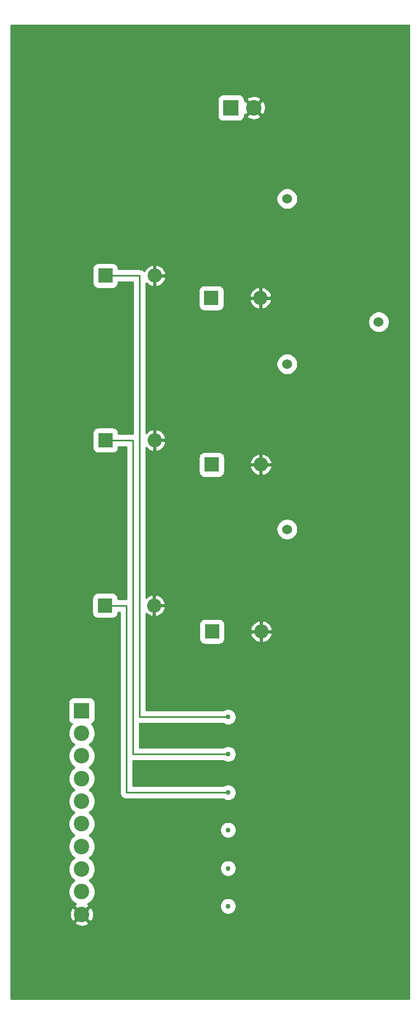
<source format=gbr>
G04 #@! TF.GenerationSoftware,KiCad,Pcbnew,(5.1.4)-1*
G04 #@! TF.CreationDate,2020-06-15T02:55:38-04:00*
G04 #@! TF.ProjectId,eth_sw_matrix_7,6574685f-7377-45f6-9d61-747269785f37,rev?*
G04 #@! TF.SameCoordinates,Original*
G04 #@! TF.FileFunction,Copper,L2,Inr*
G04 #@! TF.FilePolarity,Positive*
%FSLAX46Y46*%
G04 Gerber Fmt 4.6, Leading zero omitted, Abs format (unit mm)*
G04 Created by KiCad (PCBNEW (5.1.4)-1) date 2020-06-15 02:55:38*
%MOMM*%
%LPD*%
G04 APERTURE LIST*
%ADD10O,2.200000X2.200000*%
%ADD11R,2.200000X2.200000*%
%ADD12C,2.400000*%
%ADD13R,2.400000X2.400000*%
%ADD14C,0.762000*%
%ADD15C,5.080000*%
%ADD16C,1.524000*%
%ADD17C,0.254000*%
G04 APERTURE END LIST*
D10*
X143814800Y-108254800D03*
D11*
X136194800Y-108254800D03*
D10*
X143832580Y-133705600D03*
D11*
X136212580Y-133705600D03*
D12*
X159151200Y-82296000D03*
D13*
X155651200Y-82296000D03*
X132537200Y-175514000D03*
D12*
X132537200Y-179014000D03*
X132537200Y-182514000D03*
X132537200Y-186014000D03*
X132537200Y-189514000D03*
X132537200Y-193014000D03*
X132537200Y-196514000D03*
X132537200Y-200014000D03*
X132537200Y-203514000D03*
X132537200Y-207014000D03*
D10*
X143764000Y-159258000D03*
D11*
X136144000Y-159258000D03*
X152603200Y-111709200D03*
D10*
X160223200Y-111709200D03*
D11*
X152654000Y-137464800D03*
D10*
X160274000Y-137464800D03*
X160324800Y-163271200D03*
D11*
X152704800Y-163271200D03*
D14*
X176885600Y-125526800D03*
X176885600Y-129590800D03*
X176885600Y-121462800D03*
X149656800Y-153060400D03*
X146608800Y-149352000D03*
X149656800Y-149352000D03*
X146608800Y-153060400D03*
X146608800Y-123850400D03*
X149656800Y-127558800D03*
X146608800Y-127558800D03*
X149656800Y-123850400D03*
X149656800Y-98399600D03*
X149656800Y-102108000D03*
X146608800Y-102108000D03*
X171805600Y-109321600D03*
X166776400Y-109321600D03*
X171907200Y-121462800D03*
X171907200Y-125526800D03*
X171907200Y-129590800D03*
X166827200Y-138023600D03*
X166827200Y-142087600D03*
X166827200Y-146151600D03*
X166827200Y-150215600D03*
X171856400Y-150215600D03*
X171856400Y-146151600D03*
X171856400Y-142087600D03*
X171856400Y-138277600D03*
X176834800Y-138277600D03*
X166827200Y-121462800D03*
X166827200Y-125526800D03*
X147718780Y-140004800D03*
X131216400Y-149961600D03*
X127050800Y-144983200D03*
X127101600Y-149961600D03*
X131165600Y-144983200D03*
X127609600Y-93929200D03*
X131724400Y-93929200D03*
X131775200Y-98907600D03*
X127660400Y-98907600D03*
X176936400Y-117398800D03*
X176885600Y-133959600D03*
X171907200Y-113385600D03*
X166776400Y-113385600D03*
X176987200Y-113385600D03*
X166827200Y-133959600D03*
X171907200Y-133959600D03*
X166827200Y-117398800D03*
X171907200Y-117398800D03*
X127101600Y-124307600D03*
X131216400Y-124307600D03*
X127050800Y-119329200D03*
X131165600Y-119329200D03*
D15*
X127000000Y-74930000D03*
X177800000Y-214757000D03*
X127000000Y-214757000D03*
D14*
X147820380Y-114452400D03*
X147675600Y-88874600D03*
D15*
X177800000Y-74930000D03*
D14*
X146608800Y-98399600D03*
X155194000Y-176479200D03*
X155194000Y-182219600D03*
X155194000Y-188163200D03*
X155194000Y-193954400D03*
X155194000Y-199898000D03*
X155194000Y-205740000D03*
D16*
X164338000Y-147472400D03*
X164338000Y-121920000D03*
X164338000Y-96367600D03*
X178511200Y-115417600D03*
D17*
X141478000Y-108254800D02*
X136194800Y-108254800D01*
X155194000Y-176479200D02*
X141478000Y-176479200D01*
X141478000Y-176479200D02*
X141478000Y-108254800D01*
X140462000Y-133705600D02*
X136212580Y-133705600D01*
X155194000Y-182219600D02*
X140462000Y-182219600D01*
X140462000Y-182219600D02*
X140462000Y-133705600D01*
X139446000Y-159258000D02*
X136144000Y-159258000D01*
X155194000Y-188163200D02*
X139446000Y-188163200D01*
X139446000Y-188163200D02*
X139446000Y-159258000D01*
G36*
X183236001Y-220066000D02*
G01*
X121564000Y-220066000D01*
X121564000Y-208291980D01*
X131438826Y-208291980D01*
X131558714Y-208576836D01*
X131882410Y-208737699D01*
X132231269Y-208832322D01*
X132591884Y-208857067D01*
X132950398Y-208810985D01*
X133293033Y-208695846D01*
X133515686Y-208576836D01*
X133635574Y-208291980D01*
X132537200Y-207193605D01*
X131438826Y-208291980D01*
X121564000Y-208291980D01*
X121564000Y-207068684D01*
X130694133Y-207068684D01*
X130740215Y-207427198D01*
X130855354Y-207769833D01*
X130974364Y-207992486D01*
X131259220Y-208112374D01*
X132357595Y-207014000D01*
X132716805Y-207014000D01*
X133815180Y-208112374D01*
X134100036Y-207992486D01*
X134260899Y-207668790D01*
X134355522Y-207319931D01*
X134380267Y-206959316D01*
X134334185Y-206600802D01*
X134219046Y-206258167D01*
X134100036Y-206035514D01*
X133815180Y-205915626D01*
X132716805Y-207014000D01*
X132357595Y-207014000D01*
X131259220Y-205915626D01*
X130974364Y-206035514D01*
X130813501Y-206359210D01*
X130718878Y-206708069D01*
X130694133Y-207068684D01*
X121564000Y-207068684D01*
X121564000Y-174314000D01*
X130443899Y-174314000D01*
X130443899Y-176714000D01*
X130461064Y-176888274D01*
X130511897Y-177055851D01*
X130594447Y-177210291D01*
X130705541Y-177345659D01*
X130840909Y-177456753D01*
X130995349Y-177539303D01*
X131043115Y-177553793D01*
X130914568Y-177682340D01*
X130685952Y-178024487D01*
X130528479Y-178404661D01*
X130448200Y-178808251D01*
X130448200Y-179219749D01*
X130528479Y-179623339D01*
X130685952Y-180003513D01*
X130914568Y-180345660D01*
X131205540Y-180636632D01*
X131396159Y-180764000D01*
X131205540Y-180891368D01*
X130914568Y-181182340D01*
X130685952Y-181524487D01*
X130528479Y-181904661D01*
X130448200Y-182308251D01*
X130448200Y-182719749D01*
X130528479Y-183123339D01*
X130685952Y-183503513D01*
X130914568Y-183845660D01*
X131205540Y-184136632D01*
X131396159Y-184264000D01*
X131205540Y-184391368D01*
X130914568Y-184682340D01*
X130685952Y-185024487D01*
X130528479Y-185404661D01*
X130448200Y-185808251D01*
X130448200Y-186219749D01*
X130528479Y-186623339D01*
X130685952Y-187003513D01*
X130914568Y-187345660D01*
X131205540Y-187636632D01*
X131396159Y-187764000D01*
X131205540Y-187891368D01*
X130914568Y-188182340D01*
X130685952Y-188524487D01*
X130528479Y-188904661D01*
X130448200Y-189308251D01*
X130448200Y-189719749D01*
X130528479Y-190123339D01*
X130685952Y-190503513D01*
X130914568Y-190845660D01*
X131205540Y-191136632D01*
X131396159Y-191264000D01*
X131205540Y-191391368D01*
X130914568Y-191682340D01*
X130685952Y-192024487D01*
X130528479Y-192404661D01*
X130448200Y-192808251D01*
X130448200Y-193219749D01*
X130528479Y-193623339D01*
X130685952Y-194003513D01*
X130914568Y-194345660D01*
X131205540Y-194636632D01*
X131396159Y-194764000D01*
X131205540Y-194891368D01*
X130914568Y-195182340D01*
X130685952Y-195524487D01*
X130528479Y-195904661D01*
X130448200Y-196308251D01*
X130448200Y-196719749D01*
X130528479Y-197123339D01*
X130685952Y-197503513D01*
X130914568Y-197845660D01*
X131205540Y-198136632D01*
X131396159Y-198264000D01*
X131205540Y-198391368D01*
X130914568Y-198682340D01*
X130685952Y-199024487D01*
X130528479Y-199404661D01*
X130448200Y-199808251D01*
X130448200Y-200219749D01*
X130528479Y-200623339D01*
X130685952Y-201003513D01*
X130914568Y-201345660D01*
X131205540Y-201636632D01*
X131396159Y-201764000D01*
X131205540Y-201891368D01*
X130914568Y-202182340D01*
X130685952Y-202524487D01*
X130528479Y-202904661D01*
X130448200Y-203308251D01*
X130448200Y-203719749D01*
X130528479Y-204123339D01*
X130685952Y-204503513D01*
X130914568Y-204845660D01*
X131205540Y-205136632D01*
X131547687Y-205365248D01*
X131644459Y-205405332D01*
X131558714Y-205451164D01*
X131438826Y-205736020D01*
X132537200Y-206834395D01*
X133635574Y-205736020D01*
X133584605Y-205614916D01*
X153924000Y-205614916D01*
X153924000Y-205865084D01*
X153972805Y-206110445D01*
X154068541Y-206341571D01*
X154207527Y-206549578D01*
X154384422Y-206726473D01*
X154592429Y-206865459D01*
X154823555Y-206961195D01*
X155068916Y-207010000D01*
X155319084Y-207010000D01*
X155564445Y-206961195D01*
X155795571Y-206865459D01*
X156003578Y-206726473D01*
X156180473Y-206549578D01*
X156319459Y-206341571D01*
X156415195Y-206110445D01*
X156464000Y-205865084D01*
X156464000Y-205614916D01*
X156415195Y-205369555D01*
X156319459Y-205138429D01*
X156180473Y-204930422D01*
X156003578Y-204753527D01*
X155795571Y-204614541D01*
X155564445Y-204518805D01*
X155319084Y-204470000D01*
X155068916Y-204470000D01*
X154823555Y-204518805D01*
X154592429Y-204614541D01*
X154384422Y-204753527D01*
X154207527Y-204930422D01*
X154068541Y-205138429D01*
X153972805Y-205369555D01*
X153924000Y-205614916D01*
X133584605Y-205614916D01*
X133515686Y-205451164D01*
X133426407Y-205406796D01*
X133526713Y-205365248D01*
X133868860Y-205136632D01*
X134159832Y-204845660D01*
X134388448Y-204503513D01*
X134545921Y-204123339D01*
X134626200Y-203719749D01*
X134626200Y-203308251D01*
X134545921Y-202904661D01*
X134388448Y-202524487D01*
X134159832Y-202182340D01*
X133868860Y-201891368D01*
X133678241Y-201764000D01*
X133868860Y-201636632D01*
X134159832Y-201345660D01*
X134388448Y-201003513D01*
X134545921Y-200623339D01*
X134626200Y-200219749D01*
X134626200Y-199808251D01*
X134619172Y-199772916D01*
X153924000Y-199772916D01*
X153924000Y-200023084D01*
X153972805Y-200268445D01*
X154068541Y-200499571D01*
X154207527Y-200707578D01*
X154384422Y-200884473D01*
X154592429Y-201023459D01*
X154823555Y-201119195D01*
X155068916Y-201168000D01*
X155319084Y-201168000D01*
X155564445Y-201119195D01*
X155795571Y-201023459D01*
X156003578Y-200884473D01*
X156180473Y-200707578D01*
X156319459Y-200499571D01*
X156415195Y-200268445D01*
X156464000Y-200023084D01*
X156464000Y-199772916D01*
X156415195Y-199527555D01*
X156319459Y-199296429D01*
X156180473Y-199088422D01*
X156003578Y-198911527D01*
X155795571Y-198772541D01*
X155564445Y-198676805D01*
X155319084Y-198628000D01*
X155068916Y-198628000D01*
X154823555Y-198676805D01*
X154592429Y-198772541D01*
X154384422Y-198911527D01*
X154207527Y-199088422D01*
X154068541Y-199296429D01*
X153972805Y-199527555D01*
X153924000Y-199772916D01*
X134619172Y-199772916D01*
X134545921Y-199404661D01*
X134388448Y-199024487D01*
X134159832Y-198682340D01*
X133868860Y-198391368D01*
X133678241Y-198264000D01*
X133868860Y-198136632D01*
X134159832Y-197845660D01*
X134388448Y-197503513D01*
X134545921Y-197123339D01*
X134626200Y-196719749D01*
X134626200Y-196308251D01*
X134545921Y-195904661D01*
X134388448Y-195524487D01*
X134159832Y-195182340D01*
X133868860Y-194891368D01*
X133678241Y-194764000D01*
X133868860Y-194636632D01*
X134159832Y-194345660D01*
X134388448Y-194003513D01*
X134460602Y-193829316D01*
X153924000Y-193829316D01*
X153924000Y-194079484D01*
X153972805Y-194324845D01*
X154068541Y-194555971D01*
X154207527Y-194763978D01*
X154384422Y-194940873D01*
X154592429Y-195079859D01*
X154823555Y-195175595D01*
X155068916Y-195224400D01*
X155319084Y-195224400D01*
X155564445Y-195175595D01*
X155795571Y-195079859D01*
X156003578Y-194940873D01*
X156180473Y-194763978D01*
X156319459Y-194555971D01*
X156415195Y-194324845D01*
X156464000Y-194079484D01*
X156464000Y-193829316D01*
X156415195Y-193583955D01*
X156319459Y-193352829D01*
X156180473Y-193144822D01*
X156003578Y-192967927D01*
X155795571Y-192828941D01*
X155564445Y-192733205D01*
X155319084Y-192684400D01*
X155068916Y-192684400D01*
X154823555Y-192733205D01*
X154592429Y-192828941D01*
X154384422Y-192967927D01*
X154207527Y-193144822D01*
X154068541Y-193352829D01*
X153972805Y-193583955D01*
X153924000Y-193829316D01*
X134460602Y-193829316D01*
X134545921Y-193623339D01*
X134626200Y-193219749D01*
X134626200Y-192808251D01*
X134545921Y-192404661D01*
X134388448Y-192024487D01*
X134159832Y-191682340D01*
X133868860Y-191391368D01*
X133678241Y-191264000D01*
X133868860Y-191136632D01*
X134159832Y-190845660D01*
X134388448Y-190503513D01*
X134545921Y-190123339D01*
X134626200Y-189719749D01*
X134626200Y-189308251D01*
X134545921Y-188904661D01*
X134388448Y-188524487D01*
X134159832Y-188182340D01*
X133868860Y-187891368D01*
X133678241Y-187764000D01*
X133868860Y-187636632D01*
X134159832Y-187345660D01*
X134388448Y-187003513D01*
X134545921Y-186623339D01*
X134626200Y-186219749D01*
X134626200Y-185808251D01*
X134545921Y-185404661D01*
X134388448Y-185024487D01*
X134159832Y-184682340D01*
X133868860Y-184391368D01*
X133678241Y-184264000D01*
X133868860Y-184136632D01*
X134159832Y-183845660D01*
X134388448Y-183503513D01*
X134545921Y-183123339D01*
X134626200Y-182719749D01*
X134626200Y-182308251D01*
X134545921Y-181904661D01*
X134388448Y-181524487D01*
X134159832Y-181182340D01*
X133868860Y-180891368D01*
X133678241Y-180764000D01*
X133868860Y-180636632D01*
X134159832Y-180345660D01*
X134388448Y-180003513D01*
X134545921Y-179623339D01*
X134626200Y-179219749D01*
X134626200Y-178808251D01*
X134545921Y-178404661D01*
X134388448Y-178024487D01*
X134159832Y-177682340D01*
X134031285Y-177553793D01*
X134079051Y-177539303D01*
X134233491Y-177456753D01*
X134368859Y-177345659D01*
X134479953Y-177210291D01*
X134562503Y-177055851D01*
X134613336Y-176888274D01*
X134630501Y-176714000D01*
X134630501Y-174314000D01*
X134613336Y-174139726D01*
X134562503Y-173972149D01*
X134479953Y-173817709D01*
X134368859Y-173682341D01*
X134233491Y-173571247D01*
X134079051Y-173488697D01*
X133911474Y-173437864D01*
X133737200Y-173420699D01*
X131337200Y-173420699D01*
X131162926Y-173437864D01*
X130995349Y-173488697D01*
X130840909Y-173571247D01*
X130705541Y-173682341D01*
X130594447Y-173817709D01*
X130511897Y-173972149D01*
X130461064Y-174139726D01*
X130443899Y-174314000D01*
X121564000Y-174314000D01*
X121564000Y-158158000D01*
X134150699Y-158158000D01*
X134150699Y-160358000D01*
X134167864Y-160532274D01*
X134218697Y-160699851D01*
X134301247Y-160854291D01*
X134412341Y-160989659D01*
X134547709Y-161100753D01*
X134702149Y-161183303D01*
X134869726Y-161234136D01*
X135044000Y-161251301D01*
X137244000Y-161251301D01*
X137418274Y-161234136D01*
X137585851Y-161183303D01*
X137740291Y-161100753D01*
X137875659Y-160989659D01*
X137986753Y-160854291D01*
X138069303Y-160699851D01*
X138120136Y-160532274D01*
X138137301Y-160358000D01*
X138137301Y-160274000D01*
X138430001Y-160274000D01*
X138430000Y-188113298D01*
X138425085Y-188163200D01*
X138444702Y-188362371D01*
X138502798Y-188553887D01*
X138597140Y-188730390D01*
X138724104Y-188885096D01*
X138878810Y-189012060D01*
X139055313Y-189106402D01*
X139246829Y-189164498D01*
X139446000Y-189184115D01*
X139495902Y-189179200D01*
X154428612Y-189179200D01*
X154592429Y-189288659D01*
X154823555Y-189384395D01*
X155068916Y-189433200D01*
X155319084Y-189433200D01*
X155564445Y-189384395D01*
X155795571Y-189288659D01*
X156003578Y-189149673D01*
X156180473Y-188972778D01*
X156319459Y-188764771D01*
X156415195Y-188533645D01*
X156464000Y-188288284D01*
X156464000Y-188038116D01*
X156415195Y-187792755D01*
X156319459Y-187561629D01*
X156180473Y-187353622D01*
X156003578Y-187176727D01*
X155795571Y-187037741D01*
X155564445Y-186942005D01*
X155319084Y-186893200D01*
X155068916Y-186893200D01*
X154823555Y-186942005D01*
X154592429Y-187037741D01*
X154428612Y-187147200D01*
X140462000Y-187147200D01*
X140462000Y-183240515D01*
X140511902Y-183235600D01*
X154428612Y-183235600D01*
X154592429Y-183345059D01*
X154823555Y-183440795D01*
X155068916Y-183489600D01*
X155319084Y-183489600D01*
X155564445Y-183440795D01*
X155795571Y-183345059D01*
X156003578Y-183206073D01*
X156180473Y-183029178D01*
X156319459Y-182821171D01*
X156415195Y-182590045D01*
X156464000Y-182344684D01*
X156464000Y-182094516D01*
X156415195Y-181849155D01*
X156319459Y-181618029D01*
X156180473Y-181410022D01*
X156003578Y-181233127D01*
X155795571Y-181094141D01*
X155564445Y-180998405D01*
X155319084Y-180949600D01*
X155068916Y-180949600D01*
X154823555Y-180998405D01*
X154592429Y-181094141D01*
X154428612Y-181203600D01*
X141478000Y-181203600D01*
X141478000Y-177500115D01*
X141527902Y-177495200D01*
X154428612Y-177495200D01*
X154592429Y-177604659D01*
X154823555Y-177700395D01*
X155068916Y-177749200D01*
X155319084Y-177749200D01*
X155564445Y-177700395D01*
X155795571Y-177604659D01*
X156003578Y-177465673D01*
X156180473Y-177288778D01*
X156319459Y-177080771D01*
X156415195Y-176849645D01*
X156464000Y-176604284D01*
X156464000Y-176354116D01*
X156415195Y-176108755D01*
X156319459Y-175877629D01*
X156180473Y-175669622D01*
X156003578Y-175492727D01*
X155795571Y-175353741D01*
X155564445Y-175258005D01*
X155319084Y-175209200D01*
X155068916Y-175209200D01*
X154823555Y-175258005D01*
X154592429Y-175353741D01*
X154428612Y-175463200D01*
X142494000Y-175463200D01*
X142494000Y-162171200D01*
X150711499Y-162171200D01*
X150711499Y-164371200D01*
X150728664Y-164545474D01*
X150779497Y-164713051D01*
X150862047Y-164867491D01*
X150973141Y-165002859D01*
X151108509Y-165113953D01*
X151262949Y-165196503D01*
X151430526Y-165247336D01*
X151604800Y-165264501D01*
X153804800Y-165264501D01*
X153979074Y-165247336D01*
X154146651Y-165196503D01*
X154301091Y-165113953D01*
X154436459Y-165002859D01*
X154547553Y-164867491D01*
X154630103Y-164713051D01*
X154680936Y-164545474D01*
X154698101Y-164371200D01*
X154698101Y-163667322D01*
X158635625Y-163667322D01*
X158700225Y-163880294D01*
X158850269Y-164185529D01*
X159056978Y-164455627D01*
X159312409Y-164680208D01*
X159606746Y-164850642D01*
X159928677Y-164960379D01*
X160197800Y-164842800D01*
X160197800Y-163398200D01*
X160451800Y-163398200D01*
X160451800Y-164842800D01*
X160720923Y-164960379D01*
X161042854Y-164850642D01*
X161337191Y-164680208D01*
X161592622Y-164455627D01*
X161799331Y-164185529D01*
X161949375Y-163880294D01*
X162013975Y-163667322D01*
X161895925Y-163398200D01*
X160451800Y-163398200D01*
X160197800Y-163398200D01*
X158753675Y-163398200D01*
X158635625Y-163667322D01*
X154698101Y-163667322D01*
X154698101Y-162875078D01*
X158635625Y-162875078D01*
X158753675Y-163144200D01*
X160197800Y-163144200D01*
X160197800Y-161699600D01*
X160451800Y-161699600D01*
X160451800Y-163144200D01*
X161895925Y-163144200D01*
X162013975Y-162875078D01*
X161949375Y-162662106D01*
X161799331Y-162356871D01*
X161592622Y-162086773D01*
X161337191Y-161862192D01*
X161042854Y-161691758D01*
X160720923Y-161582021D01*
X160451800Y-161699600D01*
X160197800Y-161699600D01*
X159928677Y-161582021D01*
X159606746Y-161691758D01*
X159312409Y-161862192D01*
X159056978Y-162086773D01*
X158850269Y-162356871D01*
X158700225Y-162662106D01*
X158635625Y-162875078D01*
X154698101Y-162875078D01*
X154698101Y-162171200D01*
X154680936Y-161996926D01*
X154630103Y-161829349D01*
X154547553Y-161674909D01*
X154436459Y-161539541D01*
X154301091Y-161428447D01*
X154146651Y-161345897D01*
X153979074Y-161295064D01*
X153804800Y-161277899D01*
X151604800Y-161277899D01*
X151430526Y-161295064D01*
X151262949Y-161345897D01*
X151108509Y-161428447D01*
X150973141Y-161539541D01*
X150862047Y-161674909D01*
X150779497Y-161829349D01*
X150728664Y-161996926D01*
X150711499Y-162171200D01*
X142494000Y-162171200D01*
X142494000Y-160439581D01*
X142496178Y-160442427D01*
X142751609Y-160667008D01*
X143045946Y-160837442D01*
X143367877Y-160947179D01*
X143637000Y-160829600D01*
X143637000Y-159385000D01*
X143891000Y-159385000D01*
X143891000Y-160829600D01*
X144160123Y-160947179D01*
X144482054Y-160837442D01*
X144776391Y-160667008D01*
X145031822Y-160442427D01*
X145238531Y-160172329D01*
X145388575Y-159867094D01*
X145453175Y-159654122D01*
X145335125Y-159385000D01*
X143891000Y-159385000D01*
X143637000Y-159385000D01*
X143617000Y-159385000D01*
X143617000Y-159131000D01*
X143637000Y-159131000D01*
X143637000Y-157686400D01*
X143891000Y-157686400D01*
X143891000Y-159131000D01*
X145335125Y-159131000D01*
X145453175Y-158861878D01*
X145388575Y-158648906D01*
X145238531Y-158343671D01*
X145031822Y-158073573D01*
X144776391Y-157848992D01*
X144482054Y-157678558D01*
X144160123Y-157568821D01*
X143891000Y-157686400D01*
X143637000Y-157686400D01*
X143367877Y-157568821D01*
X143045946Y-157678558D01*
X142751609Y-157848992D01*
X142496178Y-158073573D01*
X142494000Y-158076419D01*
X142494000Y-147309791D01*
X162687000Y-147309791D01*
X162687000Y-147635009D01*
X162750447Y-147953979D01*
X162874903Y-148254442D01*
X163055585Y-148524851D01*
X163285549Y-148754815D01*
X163555958Y-148935497D01*
X163856421Y-149059953D01*
X164175391Y-149123400D01*
X164500609Y-149123400D01*
X164819579Y-149059953D01*
X165120042Y-148935497D01*
X165390451Y-148754815D01*
X165620415Y-148524851D01*
X165801097Y-148254442D01*
X165925553Y-147953979D01*
X165989000Y-147635009D01*
X165989000Y-147309791D01*
X165925553Y-146990821D01*
X165801097Y-146690358D01*
X165620415Y-146419949D01*
X165390451Y-146189985D01*
X165120042Y-146009303D01*
X164819579Y-145884847D01*
X164500609Y-145821400D01*
X164175391Y-145821400D01*
X163856421Y-145884847D01*
X163555958Y-146009303D01*
X163285549Y-146189985D01*
X163055585Y-146419949D01*
X162874903Y-146690358D01*
X162750447Y-146990821D01*
X162687000Y-147309791D01*
X142494000Y-147309791D01*
X142494000Y-136364800D01*
X150660699Y-136364800D01*
X150660699Y-138564800D01*
X150677864Y-138739074D01*
X150728697Y-138906651D01*
X150811247Y-139061091D01*
X150922341Y-139196459D01*
X151057709Y-139307553D01*
X151212149Y-139390103D01*
X151379726Y-139440936D01*
X151554000Y-139458101D01*
X153754000Y-139458101D01*
X153928274Y-139440936D01*
X154095851Y-139390103D01*
X154250291Y-139307553D01*
X154385659Y-139196459D01*
X154496753Y-139061091D01*
X154579303Y-138906651D01*
X154630136Y-138739074D01*
X154647301Y-138564800D01*
X154647301Y-137860922D01*
X158584825Y-137860922D01*
X158649425Y-138073894D01*
X158799469Y-138379129D01*
X159006178Y-138649227D01*
X159261609Y-138873808D01*
X159555946Y-139044242D01*
X159877877Y-139153979D01*
X160147000Y-139036400D01*
X160147000Y-137591800D01*
X160401000Y-137591800D01*
X160401000Y-139036400D01*
X160670123Y-139153979D01*
X160992054Y-139044242D01*
X161286391Y-138873808D01*
X161541822Y-138649227D01*
X161748531Y-138379129D01*
X161898575Y-138073894D01*
X161963175Y-137860922D01*
X161845125Y-137591800D01*
X160401000Y-137591800D01*
X160147000Y-137591800D01*
X158702875Y-137591800D01*
X158584825Y-137860922D01*
X154647301Y-137860922D01*
X154647301Y-137068678D01*
X158584825Y-137068678D01*
X158702875Y-137337800D01*
X160147000Y-137337800D01*
X160147000Y-135893200D01*
X160401000Y-135893200D01*
X160401000Y-137337800D01*
X161845125Y-137337800D01*
X161963175Y-137068678D01*
X161898575Y-136855706D01*
X161748531Y-136550471D01*
X161541822Y-136280373D01*
X161286391Y-136055792D01*
X160992054Y-135885358D01*
X160670123Y-135775621D01*
X160401000Y-135893200D01*
X160147000Y-135893200D01*
X159877877Y-135775621D01*
X159555946Y-135885358D01*
X159261609Y-136055792D01*
X159006178Y-136280373D01*
X158799469Y-136550471D01*
X158649425Y-136855706D01*
X158584825Y-137068678D01*
X154647301Y-137068678D01*
X154647301Y-136364800D01*
X154630136Y-136190526D01*
X154579303Y-136022949D01*
X154496753Y-135868509D01*
X154385659Y-135733141D01*
X154250291Y-135622047D01*
X154095851Y-135539497D01*
X153928274Y-135488664D01*
X153754000Y-135471499D01*
X151554000Y-135471499D01*
X151379726Y-135488664D01*
X151212149Y-135539497D01*
X151057709Y-135622047D01*
X150922341Y-135733141D01*
X150811247Y-135868509D01*
X150728697Y-136022949D01*
X150677864Y-136190526D01*
X150660699Y-136364800D01*
X142494000Y-136364800D01*
X142494000Y-134797570D01*
X142564758Y-134890027D01*
X142820189Y-135114608D01*
X143114526Y-135285042D01*
X143436457Y-135394779D01*
X143705580Y-135277200D01*
X143705580Y-133832600D01*
X143959580Y-133832600D01*
X143959580Y-135277200D01*
X144228703Y-135394779D01*
X144550634Y-135285042D01*
X144844971Y-135114608D01*
X145100402Y-134890027D01*
X145307111Y-134619929D01*
X145457155Y-134314694D01*
X145521755Y-134101722D01*
X145403705Y-133832600D01*
X143959580Y-133832600D01*
X143705580Y-133832600D01*
X143685580Y-133832600D01*
X143685580Y-133578600D01*
X143705580Y-133578600D01*
X143705580Y-132134000D01*
X143959580Y-132134000D01*
X143959580Y-133578600D01*
X145403705Y-133578600D01*
X145521755Y-133309478D01*
X145457155Y-133096506D01*
X145307111Y-132791271D01*
X145100402Y-132521173D01*
X144844971Y-132296592D01*
X144550634Y-132126158D01*
X144228703Y-132016421D01*
X143959580Y-132134000D01*
X143705580Y-132134000D01*
X143436457Y-132016421D01*
X143114526Y-132126158D01*
X142820189Y-132296592D01*
X142564758Y-132521173D01*
X142494000Y-132613630D01*
X142494000Y-121757391D01*
X162687000Y-121757391D01*
X162687000Y-122082609D01*
X162750447Y-122401579D01*
X162874903Y-122702042D01*
X163055585Y-122972451D01*
X163285549Y-123202415D01*
X163555958Y-123383097D01*
X163856421Y-123507553D01*
X164175391Y-123571000D01*
X164500609Y-123571000D01*
X164819579Y-123507553D01*
X165120042Y-123383097D01*
X165390451Y-123202415D01*
X165620415Y-122972451D01*
X165801097Y-122702042D01*
X165925553Y-122401579D01*
X165989000Y-122082609D01*
X165989000Y-121757391D01*
X165925553Y-121438421D01*
X165801097Y-121137958D01*
X165620415Y-120867549D01*
X165390451Y-120637585D01*
X165120042Y-120456903D01*
X164819579Y-120332447D01*
X164500609Y-120269000D01*
X164175391Y-120269000D01*
X163856421Y-120332447D01*
X163555958Y-120456903D01*
X163285549Y-120637585D01*
X163055585Y-120867549D01*
X162874903Y-121137958D01*
X162750447Y-121438421D01*
X162687000Y-121757391D01*
X142494000Y-121757391D01*
X142494000Y-115254991D01*
X176860200Y-115254991D01*
X176860200Y-115580209D01*
X176923647Y-115899179D01*
X177048103Y-116199642D01*
X177228785Y-116470051D01*
X177458749Y-116700015D01*
X177729158Y-116880697D01*
X178029621Y-117005153D01*
X178348591Y-117068600D01*
X178673809Y-117068600D01*
X178992779Y-117005153D01*
X179293242Y-116880697D01*
X179563651Y-116700015D01*
X179793615Y-116470051D01*
X179974297Y-116199642D01*
X180098753Y-115899179D01*
X180162200Y-115580209D01*
X180162200Y-115254991D01*
X180098753Y-114936021D01*
X179974297Y-114635558D01*
X179793615Y-114365149D01*
X179563651Y-114135185D01*
X179293242Y-113954503D01*
X178992779Y-113830047D01*
X178673809Y-113766600D01*
X178348591Y-113766600D01*
X178029621Y-113830047D01*
X177729158Y-113954503D01*
X177458749Y-114135185D01*
X177228785Y-114365149D01*
X177048103Y-114635558D01*
X176923647Y-114936021D01*
X176860200Y-115254991D01*
X142494000Y-115254991D01*
X142494000Y-110609200D01*
X150609899Y-110609200D01*
X150609899Y-112809200D01*
X150627064Y-112983474D01*
X150677897Y-113151051D01*
X150760447Y-113305491D01*
X150871541Y-113440859D01*
X151006909Y-113551953D01*
X151161349Y-113634503D01*
X151328926Y-113685336D01*
X151503200Y-113702501D01*
X153703200Y-113702501D01*
X153877474Y-113685336D01*
X154045051Y-113634503D01*
X154199491Y-113551953D01*
X154334859Y-113440859D01*
X154445953Y-113305491D01*
X154528503Y-113151051D01*
X154579336Y-112983474D01*
X154596501Y-112809200D01*
X154596501Y-112105322D01*
X158534025Y-112105322D01*
X158598625Y-112318294D01*
X158748669Y-112623529D01*
X158955378Y-112893627D01*
X159210809Y-113118208D01*
X159505146Y-113288642D01*
X159827077Y-113398379D01*
X160096200Y-113280800D01*
X160096200Y-111836200D01*
X160350200Y-111836200D01*
X160350200Y-113280800D01*
X160619323Y-113398379D01*
X160941254Y-113288642D01*
X161235591Y-113118208D01*
X161491022Y-112893627D01*
X161697731Y-112623529D01*
X161847775Y-112318294D01*
X161912375Y-112105322D01*
X161794325Y-111836200D01*
X160350200Y-111836200D01*
X160096200Y-111836200D01*
X158652075Y-111836200D01*
X158534025Y-112105322D01*
X154596501Y-112105322D01*
X154596501Y-111313078D01*
X158534025Y-111313078D01*
X158652075Y-111582200D01*
X160096200Y-111582200D01*
X160096200Y-110137600D01*
X160350200Y-110137600D01*
X160350200Y-111582200D01*
X161794325Y-111582200D01*
X161912375Y-111313078D01*
X161847775Y-111100106D01*
X161697731Y-110794871D01*
X161491022Y-110524773D01*
X161235591Y-110300192D01*
X160941254Y-110129758D01*
X160619323Y-110020021D01*
X160350200Y-110137600D01*
X160096200Y-110137600D01*
X159827077Y-110020021D01*
X159505146Y-110129758D01*
X159210809Y-110300192D01*
X158955378Y-110524773D01*
X158748669Y-110794871D01*
X158598625Y-111100106D01*
X158534025Y-111313078D01*
X154596501Y-111313078D01*
X154596501Y-110609200D01*
X154579336Y-110434926D01*
X154528503Y-110267349D01*
X154445953Y-110112909D01*
X154334859Y-109977541D01*
X154199491Y-109866447D01*
X154045051Y-109783897D01*
X153877474Y-109733064D01*
X153703200Y-109715899D01*
X151503200Y-109715899D01*
X151328926Y-109733064D01*
X151161349Y-109783897D01*
X151006909Y-109866447D01*
X150871541Y-109977541D01*
X150760447Y-110112909D01*
X150677897Y-110267349D01*
X150627064Y-110434926D01*
X150609899Y-110609200D01*
X142494000Y-110609200D01*
X142494000Y-109370003D01*
X142546978Y-109439227D01*
X142802409Y-109663808D01*
X143096746Y-109834242D01*
X143418677Y-109943979D01*
X143687800Y-109826400D01*
X143687800Y-108381800D01*
X143941800Y-108381800D01*
X143941800Y-109826400D01*
X144210923Y-109943979D01*
X144532854Y-109834242D01*
X144827191Y-109663808D01*
X145082622Y-109439227D01*
X145289331Y-109169129D01*
X145439375Y-108863894D01*
X145503975Y-108650922D01*
X145385925Y-108381800D01*
X143941800Y-108381800D01*
X143687800Y-108381800D01*
X143667800Y-108381800D01*
X143667800Y-108127800D01*
X143687800Y-108127800D01*
X143687800Y-106683200D01*
X143941800Y-106683200D01*
X143941800Y-108127800D01*
X145385925Y-108127800D01*
X145503975Y-107858678D01*
X145439375Y-107645706D01*
X145289331Y-107340471D01*
X145082622Y-107070373D01*
X144827191Y-106845792D01*
X144532854Y-106675358D01*
X144210923Y-106565621D01*
X143941800Y-106683200D01*
X143687800Y-106683200D01*
X143418677Y-106565621D01*
X143096746Y-106675358D01*
X142802409Y-106845792D01*
X142546978Y-107070373D01*
X142340269Y-107340471D01*
X142228526Y-107567790D01*
X142199896Y-107532904D01*
X142045190Y-107405940D01*
X141868687Y-107311598D01*
X141677171Y-107253502D01*
X141527902Y-107238800D01*
X141478000Y-107233885D01*
X141428098Y-107238800D01*
X138188101Y-107238800D01*
X138188101Y-107154800D01*
X138170936Y-106980526D01*
X138120103Y-106812949D01*
X138037553Y-106658509D01*
X137926459Y-106523141D01*
X137791091Y-106412047D01*
X137636651Y-106329497D01*
X137469074Y-106278664D01*
X137294800Y-106261499D01*
X135094800Y-106261499D01*
X134920526Y-106278664D01*
X134752949Y-106329497D01*
X134598509Y-106412047D01*
X134463141Y-106523141D01*
X134352047Y-106658509D01*
X134269497Y-106812949D01*
X134218664Y-106980526D01*
X134201499Y-107154800D01*
X134201499Y-109354800D01*
X134218664Y-109529074D01*
X134269497Y-109696651D01*
X134352047Y-109851091D01*
X134463141Y-109986459D01*
X134598509Y-110097553D01*
X134752949Y-110180103D01*
X134920526Y-110230936D01*
X135094800Y-110248101D01*
X137294800Y-110248101D01*
X137469074Y-110230936D01*
X137636651Y-110180103D01*
X137791091Y-110097553D01*
X137926459Y-109986459D01*
X138037553Y-109851091D01*
X138120103Y-109696651D01*
X138170936Y-109529074D01*
X138188101Y-109354800D01*
X138188101Y-109270800D01*
X140462001Y-109270800D01*
X140462001Y-132684685D01*
X140462000Y-132684685D01*
X140412098Y-132689600D01*
X138205881Y-132689600D01*
X138205881Y-132605600D01*
X138188716Y-132431326D01*
X138137883Y-132263749D01*
X138055333Y-132109309D01*
X137944239Y-131973941D01*
X137808871Y-131862847D01*
X137654431Y-131780297D01*
X137486854Y-131729464D01*
X137312580Y-131712299D01*
X135112580Y-131712299D01*
X134938306Y-131729464D01*
X134770729Y-131780297D01*
X134616289Y-131862847D01*
X134480921Y-131973941D01*
X134369827Y-132109309D01*
X134287277Y-132263749D01*
X134236444Y-132431326D01*
X134219279Y-132605600D01*
X134219279Y-134805600D01*
X134236444Y-134979874D01*
X134287277Y-135147451D01*
X134369827Y-135301891D01*
X134480921Y-135437259D01*
X134616289Y-135548353D01*
X134770729Y-135630903D01*
X134938306Y-135681736D01*
X135112580Y-135698901D01*
X137312580Y-135698901D01*
X137486854Y-135681736D01*
X137654431Y-135630903D01*
X137808871Y-135548353D01*
X137944239Y-135437259D01*
X138055333Y-135301891D01*
X138137883Y-135147451D01*
X138188716Y-134979874D01*
X138205881Y-134805600D01*
X138205881Y-134721600D01*
X139446001Y-134721600D01*
X139446000Y-158237085D01*
X139396098Y-158242000D01*
X138137301Y-158242000D01*
X138137301Y-158158000D01*
X138120136Y-157983726D01*
X138069303Y-157816149D01*
X137986753Y-157661709D01*
X137875659Y-157526341D01*
X137740291Y-157415247D01*
X137585851Y-157332697D01*
X137418274Y-157281864D01*
X137244000Y-157264699D01*
X135044000Y-157264699D01*
X134869726Y-157281864D01*
X134702149Y-157332697D01*
X134547709Y-157415247D01*
X134412341Y-157526341D01*
X134301247Y-157661709D01*
X134218697Y-157816149D01*
X134167864Y-157983726D01*
X134150699Y-158158000D01*
X121564000Y-158158000D01*
X121564000Y-96204991D01*
X162687000Y-96204991D01*
X162687000Y-96530209D01*
X162750447Y-96849179D01*
X162874903Y-97149642D01*
X163055585Y-97420051D01*
X163285549Y-97650015D01*
X163555958Y-97830697D01*
X163856421Y-97955153D01*
X164175391Y-98018600D01*
X164500609Y-98018600D01*
X164819579Y-97955153D01*
X165120042Y-97830697D01*
X165390451Y-97650015D01*
X165620415Y-97420051D01*
X165801097Y-97149642D01*
X165925553Y-96849179D01*
X165989000Y-96530209D01*
X165989000Y-96204991D01*
X165925553Y-95886021D01*
X165801097Y-95585558D01*
X165620415Y-95315149D01*
X165390451Y-95085185D01*
X165120042Y-94904503D01*
X164819579Y-94780047D01*
X164500609Y-94716600D01*
X164175391Y-94716600D01*
X163856421Y-94780047D01*
X163555958Y-94904503D01*
X163285549Y-95085185D01*
X163055585Y-95315149D01*
X162874903Y-95585558D01*
X162750447Y-95886021D01*
X162687000Y-96204991D01*
X121564000Y-96204991D01*
X121564000Y-81096000D01*
X153557899Y-81096000D01*
X153557899Y-83496000D01*
X153575064Y-83670274D01*
X153625897Y-83837851D01*
X153708447Y-83992291D01*
X153819541Y-84127659D01*
X153954909Y-84238753D01*
X154109349Y-84321303D01*
X154276926Y-84372136D01*
X154451200Y-84389301D01*
X156851200Y-84389301D01*
X157025474Y-84372136D01*
X157193051Y-84321303D01*
X157347491Y-84238753D01*
X157482859Y-84127659D01*
X157593953Y-83992291D01*
X157676503Y-83837851D01*
X157727336Y-83670274D01*
X157736820Y-83573980D01*
X158052826Y-83573980D01*
X158172714Y-83858836D01*
X158496410Y-84019699D01*
X158845269Y-84114322D01*
X159205884Y-84139067D01*
X159564398Y-84092985D01*
X159907033Y-83977846D01*
X160129686Y-83858836D01*
X160249574Y-83573980D01*
X159151200Y-82475605D01*
X158052826Y-83573980D01*
X157736820Y-83573980D01*
X157744501Y-83496000D01*
X157744501Y-83340200D01*
X157873220Y-83394374D01*
X158971595Y-82296000D01*
X159330805Y-82296000D01*
X160429180Y-83394374D01*
X160714036Y-83274486D01*
X160874899Y-82950790D01*
X160969522Y-82601931D01*
X160994267Y-82241316D01*
X160948185Y-81882802D01*
X160833046Y-81540167D01*
X160714036Y-81317514D01*
X160429180Y-81197626D01*
X159330805Y-82296000D01*
X158971595Y-82296000D01*
X157873220Y-81197626D01*
X157744501Y-81251800D01*
X157744501Y-81096000D01*
X157736821Y-81018020D01*
X158052826Y-81018020D01*
X159151200Y-82116395D01*
X160249574Y-81018020D01*
X160129686Y-80733164D01*
X159805990Y-80572301D01*
X159457131Y-80477678D01*
X159096516Y-80452933D01*
X158738002Y-80499015D01*
X158395367Y-80614154D01*
X158172714Y-80733164D01*
X158052826Y-81018020D01*
X157736821Y-81018020D01*
X157727336Y-80921726D01*
X157676503Y-80754149D01*
X157593953Y-80599709D01*
X157482859Y-80464341D01*
X157347491Y-80353247D01*
X157193051Y-80270697D01*
X157025474Y-80219864D01*
X156851200Y-80202699D01*
X154451200Y-80202699D01*
X154276926Y-80219864D01*
X154109349Y-80270697D01*
X153954909Y-80353247D01*
X153819541Y-80464341D01*
X153708447Y-80599709D01*
X153625897Y-80754149D01*
X153575064Y-80921726D01*
X153557899Y-81096000D01*
X121564000Y-81096000D01*
X121564000Y-69494000D01*
X183236000Y-69494000D01*
X183236001Y-220066000D01*
X183236001Y-220066000D01*
G37*
X183236001Y-220066000D02*
X121564000Y-220066000D01*
X121564000Y-208291980D01*
X131438826Y-208291980D01*
X131558714Y-208576836D01*
X131882410Y-208737699D01*
X132231269Y-208832322D01*
X132591884Y-208857067D01*
X132950398Y-208810985D01*
X133293033Y-208695846D01*
X133515686Y-208576836D01*
X133635574Y-208291980D01*
X132537200Y-207193605D01*
X131438826Y-208291980D01*
X121564000Y-208291980D01*
X121564000Y-207068684D01*
X130694133Y-207068684D01*
X130740215Y-207427198D01*
X130855354Y-207769833D01*
X130974364Y-207992486D01*
X131259220Y-208112374D01*
X132357595Y-207014000D01*
X132716805Y-207014000D01*
X133815180Y-208112374D01*
X134100036Y-207992486D01*
X134260899Y-207668790D01*
X134355522Y-207319931D01*
X134380267Y-206959316D01*
X134334185Y-206600802D01*
X134219046Y-206258167D01*
X134100036Y-206035514D01*
X133815180Y-205915626D01*
X132716805Y-207014000D01*
X132357595Y-207014000D01*
X131259220Y-205915626D01*
X130974364Y-206035514D01*
X130813501Y-206359210D01*
X130718878Y-206708069D01*
X130694133Y-207068684D01*
X121564000Y-207068684D01*
X121564000Y-174314000D01*
X130443899Y-174314000D01*
X130443899Y-176714000D01*
X130461064Y-176888274D01*
X130511897Y-177055851D01*
X130594447Y-177210291D01*
X130705541Y-177345659D01*
X130840909Y-177456753D01*
X130995349Y-177539303D01*
X131043115Y-177553793D01*
X130914568Y-177682340D01*
X130685952Y-178024487D01*
X130528479Y-178404661D01*
X130448200Y-178808251D01*
X130448200Y-179219749D01*
X130528479Y-179623339D01*
X130685952Y-180003513D01*
X130914568Y-180345660D01*
X131205540Y-180636632D01*
X131396159Y-180764000D01*
X131205540Y-180891368D01*
X130914568Y-181182340D01*
X130685952Y-181524487D01*
X130528479Y-181904661D01*
X130448200Y-182308251D01*
X130448200Y-182719749D01*
X130528479Y-183123339D01*
X130685952Y-183503513D01*
X130914568Y-183845660D01*
X131205540Y-184136632D01*
X131396159Y-184264000D01*
X131205540Y-184391368D01*
X130914568Y-184682340D01*
X130685952Y-185024487D01*
X130528479Y-185404661D01*
X130448200Y-185808251D01*
X130448200Y-186219749D01*
X130528479Y-186623339D01*
X130685952Y-187003513D01*
X130914568Y-187345660D01*
X131205540Y-187636632D01*
X131396159Y-187764000D01*
X131205540Y-187891368D01*
X130914568Y-188182340D01*
X130685952Y-188524487D01*
X130528479Y-188904661D01*
X130448200Y-189308251D01*
X130448200Y-189719749D01*
X130528479Y-190123339D01*
X130685952Y-190503513D01*
X130914568Y-190845660D01*
X131205540Y-191136632D01*
X131396159Y-191264000D01*
X131205540Y-191391368D01*
X130914568Y-191682340D01*
X130685952Y-192024487D01*
X130528479Y-192404661D01*
X130448200Y-192808251D01*
X130448200Y-193219749D01*
X130528479Y-193623339D01*
X130685952Y-194003513D01*
X130914568Y-194345660D01*
X131205540Y-194636632D01*
X131396159Y-194764000D01*
X131205540Y-194891368D01*
X130914568Y-195182340D01*
X130685952Y-195524487D01*
X130528479Y-195904661D01*
X130448200Y-196308251D01*
X130448200Y-196719749D01*
X130528479Y-197123339D01*
X130685952Y-197503513D01*
X130914568Y-197845660D01*
X131205540Y-198136632D01*
X131396159Y-198264000D01*
X131205540Y-198391368D01*
X130914568Y-198682340D01*
X130685952Y-199024487D01*
X130528479Y-199404661D01*
X130448200Y-199808251D01*
X130448200Y-200219749D01*
X130528479Y-200623339D01*
X130685952Y-201003513D01*
X130914568Y-201345660D01*
X131205540Y-201636632D01*
X131396159Y-201764000D01*
X131205540Y-201891368D01*
X130914568Y-202182340D01*
X130685952Y-202524487D01*
X130528479Y-202904661D01*
X130448200Y-203308251D01*
X130448200Y-203719749D01*
X130528479Y-204123339D01*
X130685952Y-204503513D01*
X130914568Y-204845660D01*
X131205540Y-205136632D01*
X131547687Y-205365248D01*
X131644459Y-205405332D01*
X131558714Y-205451164D01*
X131438826Y-205736020D01*
X132537200Y-206834395D01*
X133635574Y-205736020D01*
X133584605Y-205614916D01*
X153924000Y-205614916D01*
X153924000Y-205865084D01*
X153972805Y-206110445D01*
X154068541Y-206341571D01*
X154207527Y-206549578D01*
X154384422Y-206726473D01*
X154592429Y-206865459D01*
X154823555Y-206961195D01*
X155068916Y-207010000D01*
X155319084Y-207010000D01*
X155564445Y-206961195D01*
X155795571Y-206865459D01*
X156003578Y-206726473D01*
X156180473Y-206549578D01*
X156319459Y-206341571D01*
X156415195Y-206110445D01*
X156464000Y-205865084D01*
X156464000Y-205614916D01*
X156415195Y-205369555D01*
X156319459Y-205138429D01*
X156180473Y-204930422D01*
X156003578Y-204753527D01*
X155795571Y-204614541D01*
X155564445Y-204518805D01*
X155319084Y-204470000D01*
X155068916Y-204470000D01*
X154823555Y-204518805D01*
X154592429Y-204614541D01*
X154384422Y-204753527D01*
X154207527Y-204930422D01*
X154068541Y-205138429D01*
X153972805Y-205369555D01*
X153924000Y-205614916D01*
X133584605Y-205614916D01*
X133515686Y-205451164D01*
X133426407Y-205406796D01*
X133526713Y-205365248D01*
X133868860Y-205136632D01*
X134159832Y-204845660D01*
X134388448Y-204503513D01*
X134545921Y-204123339D01*
X134626200Y-203719749D01*
X134626200Y-203308251D01*
X134545921Y-202904661D01*
X134388448Y-202524487D01*
X134159832Y-202182340D01*
X133868860Y-201891368D01*
X133678241Y-201764000D01*
X133868860Y-201636632D01*
X134159832Y-201345660D01*
X134388448Y-201003513D01*
X134545921Y-200623339D01*
X134626200Y-200219749D01*
X134626200Y-199808251D01*
X134619172Y-199772916D01*
X153924000Y-199772916D01*
X153924000Y-200023084D01*
X153972805Y-200268445D01*
X154068541Y-200499571D01*
X154207527Y-200707578D01*
X154384422Y-200884473D01*
X154592429Y-201023459D01*
X154823555Y-201119195D01*
X155068916Y-201168000D01*
X155319084Y-201168000D01*
X155564445Y-201119195D01*
X155795571Y-201023459D01*
X156003578Y-200884473D01*
X156180473Y-200707578D01*
X156319459Y-200499571D01*
X156415195Y-200268445D01*
X156464000Y-200023084D01*
X156464000Y-199772916D01*
X156415195Y-199527555D01*
X156319459Y-199296429D01*
X156180473Y-199088422D01*
X156003578Y-198911527D01*
X155795571Y-198772541D01*
X155564445Y-198676805D01*
X155319084Y-198628000D01*
X155068916Y-198628000D01*
X154823555Y-198676805D01*
X154592429Y-198772541D01*
X154384422Y-198911527D01*
X154207527Y-199088422D01*
X154068541Y-199296429D01*
X153972805Y-199527555D01*
X153924000Y-199772916D01*
X134619172Y-199772916D01*
X134545921Y-199404661D01*
X134388448Y-199024487D01*
X134159832Y-198682340D01*
X133868860Y-198391368D01*
X133678241Y-198264000D01*
X133868860Y-198136632D01*
X134159832Y-197845660D01*
X134388448Y-197503513D01*
X134545921Y-197123339D01*
X134626200Y-196719749D01*
X134626200Y-196308251D01*
X134545921Y-195904661D01*
X134388448Y-195524487D01*
X134159832Y-195182340D01*
X133868860Y-194891368D01*
X133678241Y-194764000D01*
X133868860Y-194636632D01*
X134159832Y-194345660D01*
X134388448Y-194003513D01*
X134460602Y-193829316D01*
X153924000Y-193829316D01*
X153924000Y-194079484D01*
X153972805Y-194324845D01*
X154068541Y-194555971D01*
X154207527Y-194763978D01*
X154384422Y-194940873D01*
X154592429Y-195079859D01*
X154823555Y-195175595D01*
X155068916Y-195224400D01*
X155319084Y-195224400D01*
X155564445Y-195175595D01*
X155795571Y-195079859D01*
X156003578Y-194940873D01*
X156180473Y-194763978D01*
X156319459Y-194555971D01*
X156415195Y-194324845D01*
X156464000Y-194079484D01*
X156464000Y-193829316D01*
X156415195Y-193583955D01*
X156319459Y-193352829D01*
X156180473Y-193144822D01*
X156003578Y-192967927D01*
X155795571Y-192828941D01*
X155564445Y-192733205D01*
X155319084Y-192684400D01*
X155068916Y-192684400D01*
X154823555Y-192733205D01*
X154592429Y-192828941D01*
X154384422Y-192967927D01*
X154207527Y-193144822D01*
X154068541Y-193352829D01*
X153972805Y-193583955D01*
X153924000Y-193829316D01*
X134460602Y-193829316D01*
X134545921Y-193623339D01*
X134626200Y-193219749D01*
X134626200Y-192808251D01*
X134545921Y-192404661D01*
X134388448Y-192024487D01*
X134159832Y-191682340D01*
X133868860Y-191391368D01*
X133678241Y-191264000D01*
X133868860Y-191136632D01*
X134159832Y-190845660D01*
X134388448Y-190503513D01*
X134545921Y-190123339D01*
X134626200Y-189719749D01*
X134626200Y-189308251D01*
X134545921Y-188904661D01*
X134388448Y-188524487D01*
X134159832Y-188182340D01*
X133868860Y-187891368D01*
X133678241Y-187764000D01*
X133868860Y-187636632D01*
X134159832Y-187345660D01*
X134388448Y-187003513D01*
X134545921Y-186623339D01*
X134626200Y-186219749D01*
X134626200Y-185808251D01*
X134545921Y-185404661D01*
X134388448Y-185024487D01*
X134159832Y-184682340D01*
X133868860Y-184391368D01*
X133678241Y-184264000D01*
X133868860Y-184136632D01*
X134159832Y-183845660D01*
X134388448Y-183503513D01*
X134545921Y-183123339D01*
X134626200Y-182719749D01*
X134626200Y-182308251D01*
X134545921Y-181904661D01*
X134388448Y-181524487D01*
X134159832Y-181182340D01*
X133868860Y-180891368D01*
X133678241Y-180764000D01*
X133868860Y-180636632D01*
X134159832Y-180345660D01*
X134388448Y-180003513D01*
X134545921Y-179623339D01*
X134626200Y-179219749D01*
X134626200Y-178808251D01*
X134545921Y-178404661D01*
X134388448Y-178024487D01*
X134159832Y-177682340D01*
X134031285Y-177553793D01*
X134079051Y-177539303D01*
X134233491Y-177456753D01*
X134368859Y-177345659D01*
X134479953Y-177210291D01*
X134562503Y-177055851D01*
X134613336Y-176888274D01*
X134630501Y-176714000D01*
X134630501Y-174314000D01*
X134613336Y-174139726D01*
X134562503Y-173972149D01*
X134479953Y-173817709D01*
X134368859Y-173682341D01*
X134233491Y-173571247D01*
X134079051Y-173488697D01*
X133911474Y-173437864D01*
X133737200Y-173420699D01*
X131337200Y-173420699D01*
X131162926Y-173437864D01*
X130995349Y-173488697D01*
X130840909Y-173571247D01*
X130705541Y-173682341D01*
X130594447Y-173817709D01*
X130511897Y-173972149D01*
X130461064Y-174139726D01*
X130443899Y-174314000D01*
X121564000Y-174314000D01*
X121564000Y-158158000D01*
X134150699Y-158158000D01*
X134150699Y-160358000D01*
X134167864Y-160532274D01*
X134218697Y-160699851D01*
X134301247Y-160854291D01*
X134412341Y-160989659D01*
X134547709Y-161100753D01*
X134702149Y-161183303D01*
X134869726Y-161234136D01*
X135044000Y-161251301D01*
X137244000Y-161251301D01*
X137418274Y-161234136D01*
X137585851Y-161183303D01*
X137740291Y-161100753D01*
X137875659Y-160989659D01*
X137986753Y-160854291D01*
X138069303Y-160699851D01*
X138120136Y-160532274D01*
X138137301Y-160358000D01*
X138137301Y-160274000D01*
X138430001Y-160274000D01*
X138430000Y-188113298D01*
X138425085Y-188163200D01*
X138444702Y-188362371D01*
X138502798Y-188553887D01*
X138597140Y-188730390D01*
X138724104Y-188885096D01*
X138878810Y-189012060D01*
X139055313Y-189106402D01*
X139246829Y-189164498D01*
X139446000Y-189184115D01*
X139495902Y-189179200D01*
X154428612Y-189179200D01*
X154592429Y-189288659D01*
X154823555Y-189384395D01*
X155068916Y-189433200D01*
X155319084Y-189433200D01*
X155564445Y-189384395D01*
X155795571Y-189288659D01*
X156003578Y-189149673D01*
X156180473Y-188972778D01*
X156319459Y-188764771D01*
X156415195Y-188533645D01*
X156464000Y-188288284D01*
X156464000Y-188038116D01*
X156415195Y-187792755D01*
X156319459Y-187561629D01*
X156180473Y-187353622D01*
X156003578Y-187176727D01*
X155795571Y-187037741D01*
X155564445Y-186942005D01*
X155319084Y-186893200D01*
X155068916Y-186893200D01*
X154823555Y-186942005D01*
X154592429Y-187037741D01*
X154428612Y-187147200D01*
X140462000Y-187147200D01*
X140462000Y-183240515D01*
X140511902Y-183235600D01*
X154428612Y-183235600D01*
X154592429Y-183345059D01*
X154823555Y-183440795D01*
X155068916Y-183489600D01*
X155319084Y-183489600D01*
X155564445Y-183440795D01*
X155795571Y-183345059D01*
X156003578Y-183206073D01*
X156180473Y-183029178D01*
X156319459Y-182821171D01*
X156415195Y-182590045D01*
X156464000Y-182344684D01*
X156464000Y-182094516D01*
X156415195Y-181849155D01*
X156319459Y-181618029D01*
X156180473Y-181410022D01*
X156003578Y-181233127D01*
X155795571Y-181094141D01*
X155564445Y-180998405D01*
X155319084Y-180949600D01*
X155068916Y-180949600D01*
X154823555Y-180998405D01*
X154592429Y-181094141D01*
X154428612Y-181203600D01*
X141478000Y-181203600D01*
X141478000Y-177500115D01*
X141527902Y-177495200D01*
X154428612Y-177495200D01*
X154592429Y-177604659D01*
X154823555Y-177700395D01*
X155068916Y-177749200D01*
X155319084Y-177749200D01*
X155564445Y-177700395D01*
X155795571Y-177604659D01*
X156003578Y-177465673D01*
X156180473Y-177288778D01*
X156319459Y-177080771D01*
X156415195Y-176849645D01*
X156464000Y-176604284D01*
X156464000Y-176354116D01*
X156415195Y-176108755D01*
X156319459Y-175877629D01*
X156180473Y-175669622D01*
X156003578Y-175492727D01*
X155795571Y-175353741D01*
X155564445Y-175258005D01*
X155319084Y-175209200D01*
X155068916Y-175209200D01*
X154823555Y-175258005D01*
X154592429Y-175353741D01*
X154428612Y-175463200D01*
X142494000Y-175463200D01*
X142494000Y-162171200D01*
X150711499Y-162171200D01*
X150711499Y-164371200D01*
X150728664Y-164545474D01*
X150779497Y-164713051D01*
X150862047Y-164867491D01*
X150973141Y-165002859D01*
X151108509Y-165113953D01*
X151262949Y-165196503D01*
X151430526Y-165247336D01*
X151604800Y-165264501D01*
X153804800Y-165264501D01*
X153979074Y-165247336D01*
X154146651Y-165196503D01*
X154301091Y-165113953D01*
X154436459Y-165002859D01*
X154547553Y-164867491D01*
X154630103Y-164713051D01*
X154680936Y-164545474D01*
X154698101Y-164371200D01*
X154698101Y-163667322D01*
X158635625Y-163667322D01*
X158700225Y-163880294D01*
X158850269Y-164185529D01*
X159056978Y-164455627D01*
X159312409Y-164680208D01*
X159606746Y-164850642D01*
X159928677Y-164960379D01*
X160197800Y-164842800D01*
X160197800Y-163398200D01*
X160451800Y-163398200D01*
X160451800Y-164842800D01*
X160720923Y-164960379D01*
X161042854Y-164850642D01*
X161337191Y-164680208D01*
X161592622Y-164455627D01*
X161799331Y-164185529D01*
X161949375Y-163880294D01*
X162013975Y-163667322D01*
X161895925Y-163398200D01*
X160451800Y-163398200D01*
X160197800Y-163398200D01*
X158753675Y-163398200D01*
X158635625Y-163667322D01*
X154698101Y-163667322D01*
X154698101Y-162875078D01*
X158635625Y-162875078D01*
X158753675Y-163144200D01*
X160197800Y-163144200D01*
X160197800Y-161699600D01*
X160451800Y-161699600D01*
X160451800Y-163144200D01*
X161895925Y-163144200D01*
X162013975Y-162875078D01*
X161949375Y-162662106D01*
X161799331Y-162356871D01*
X161592622Y-162086773D01*
X161337191Y-161862192D01*
X161042854Y-161691758D01*
X160720923Y-161582021D01*
X160451800Y-161699600D01*
X160197800Y-161699600D01*
X159928677Y-161582021D01*
X159606746Y-161691758D01*
X159312409Y-161862192D01*
X159056978Y-162086773D01*
X158850269Y-162356871D01*
X158700225Y-162662106D01*
X158635625Y-162875078D01*
X154698101Y-162875078D01*
X154698101Y-162171200D01*
X154680936Y-161996926D01*
X154630103Y-161829349D01*
X154547553Y-161674909D01*
X154436459Y-161539541D01*
X154301091Y-161428447D01*
X154146651Y-161345897D01*
X153979074Y-161295064D01*
X153804800Y-161277899D01*
X151604800Y-161277899D01*
X151430526Y-161295064D01*
X151262949Y-161345897D01*
X151108509Y-161428447D01*
X150973141Y-161539541D01*
X150862047Y-161674909D01*
X150779497Y-161829349D01*
X150728664Y-161996926D01*
X150711499Y-162171200D01*
X142494000Y-162171200D01*
X142494000Y-160439581D01*
X142496178Y-160442427D01*
X142751609Y-160667008D01*
X143045946Y-160837442D01*
X143367877Y-160947179D01*
X143637000Y-160829600D01*
X143637000Y-159385000D01*
X143891000Y-159385000D01*
X143891000Y-160829600D01*
X144160123Y-160947179D01*
X144482054Y-160837442D01*
X144776391Y-160667008D01*
X145031822Y-160442427D01*
X145238531Y-160172329D01*
X145388575Y-159867094D01*
X145453175Y-159654122D01*
X145335125Y-159385000D01*
X143891000Y-159385000D01*
X143637000Y-159385000D01*
X143617000Y-159385000D01*
X143617000Y-159131000D01*
X143637000Y-159131000D01*
X143637000Y-157686400D01*
X143891000Y-157686400D01*
X143891000Y-159131000D01*
X145335125Y-159131000D01*
X145453175Y-158861878D01*
X145388575Y-158648906D01*
X145238531Y-158343671D01*
X145031822Y-158073573D01*
X144776391Y-157848992D01*
X144482054Y-157678558D01*
X144160123Y-157568821D01*
X143891000Y-157686400D01*
X143637000Y-157686400D01*
X143367877Y-157568821D01*
X143045946Y-157678558D01*
X142751609Y-157848992D01*
X142496178Y-158073573D01*
X142494000Y-158076419D01*
X142494000Y-147309791D01*
X162687000Y-147309791D01*
X162687000Y-147635009D01*
X162750447Y-147953979D01*
X162874903Y-148254442D01*
X163055585Y-148524851D01*
X163285549Y-148754815D01*
X163555958Y-148935497D01*
X163856421Y-149059953D01*
X164175391Y-149123400D01*
X164500609Y-149123400D01*
X164819579Y-149059953D01*
X165120042Y-148935497D01*
X165390451Y-148754815D01*
X165620415Y-148524851D01*
X165801097Y-148254442D01*
X165925553Y-147953979D01*
X165989000Y-147635009D01*
X165989000Y-147309791D01*
X165925553Y-146990821D01*
X165801097Y-146690358D01*
X165620415Y-146419949D01*
X165390451Y-146189985D01*
X165120042Y-146009303D01*
X164819579Y-145884847D01*
X164500609Y-145821400D01*
X164175391Y-145821400D01*
X163856421Y-145884847D01*
X163555958Y-146009303D01*
X163285549Y-146189985D01*
X163055585Y-146419949D01*
X162874903Y-146690358D01*
X162750447Y-146990821D01*
X162687000Y-147309791D01*
X142494000Y-147309791D01*
X142494000Y-136364800D01*
X150660699Y-136364800D01*
X150660699Y-138564800D01*
X150677864Y-138739074D01*
X150728697Y-138906651D01*
X150811247Y-139061091D01*
X150922341Y-139196459D01*
X151057709Y-139307553D01*
X151212149Y-139390103D01*
X151379726Y-139440936D01*
X151554000Y-139458101D01*
X153754000Y-139458101D01*
X153928274Y-139440936D01*
X154095851Y-139390103D01*
X154250291Y-139307553D01*
X154385659Y-139196459D01*
X154496753Y-139061091D01*
X154579303Y-138906651D01*
X154630136Y-138739074D01*
X154647301Y-138564800D01*
X154647301Y-137860922D01*
X158584825Y-137860922D01*
X158649425Y-138073894D01*
X158799469Y-138379129D01*
X159006178Y-138649227D01*
X159261609Y-138873808D01*
X159555946Y-139044242D01*
X159877877Y-139153979D01*
X160147000Y-139036400D01*
X160147000Y-137591800D01*
X160401000Y-137591800D01*
X160401000Y-139036400D01*
X160670123Y-139153979D01*
X160992054Y-139044242D01*
X161286391Y-138873808D01*
X161541822Y-138649227D01*
X161748531Y-138379129D01*
X161898575Y-138073894D01*
X161963175Y-137860922D01*
X161845125Y-137591800D01*
X160401000Y-137591800D01*
X160147000Y-137591800D01*
X158702875Y-137591800D01*
X158584825Y-137860922D01*
X154647301Y-137860922D01*
X154647301Y-137068678D01*
X158584825Y-137068678D01*
X158702875Y-137337800D01*
X160147000Y-137337800D01*
X160147000Y-135893200D01*
X160401000Y-135893200D01*
X160401000Y-137337800D01*
X161845125Y-137337800D01*
X161963175Y-137068678D01*
X161898575Y-136855706D01*
X161748531Y-136550471D01*
X161541822Y-136280373D01*
X161286391Y-136055792D01*
X160992054Y-135885358D01*
X160670123Y-135775621D01*
X160401000Y-135893200D01*
X160147000Y-135893200D01*
X159877877Y-135775621D01*
X159555946Y-135885358D01*
X159261609Y-136055792D01*
X159006178Y-136280373D01*
X158799469Y-136550471D01*
X158649425Y-136855706D01*
X158584825Y-137068678D01*
X154647301Y-137068678D01*
X154647301Y-136364800D01*
X154630136Y-136190526D01*
X154579303Y-136022949D01*
X154496753Y-135868509D01*
X154385659Y-135733141D01*
X154250291Y-135622047D01*
X154095851Y-135539497D01*
X153928274Y-135488664D01*
X153754000Y-135471499D01*
X151554000Y-135471499D01*
X151379726Y-135488664D01*
X151212149Y-135539497D01*
X151057709Y-135622047D01*
X150922341Y-135733141D01*
X150811247Y-135868509D01*
X150728697Y-136022949D01*
X150677864Y-136190526D01*
X150660699Y-136364800D01*
X142494000Y-136364800D01*
X142494000Y-134797570D01*
X142564758Y-134890027D01*
X142820189Y-135114608D01*
X143114526Y-135285042D01*
X143436457Y-135394779D01*
X143705580Y-135277200D01*
X143705580Y-133832600D01*
X143959580Y-133832600D01*
X143959580Y-135277200D01*
X144228703Y-135394779D01*
X144550634Y-135285042D01*
X144844971Y-135114608D01*
X145100402Y-134890027D01*
X145307111Y-134619929D01*
X145457155Y-134314694D01*
X145521755Y-134101722D01*
X145403705Y-133832600D01*
X143959580Y-133832600D01*
X143705580Y-133832600D01*
X143685580Y-133832600D01*
X143685580Y-133578600D01*
X143705580Y-133578600D01*
X143705580Y-132134000D01*
X143959580Y-132134000D01*
X143959580Y-133578600D01*
X145403705Y-133578600D01*
X145521755Y-133309478D01*
X145457155Y-133096506D01*
X145307111Y-132791271D01*
X145100402Y-132521173D01*
X144844971Y-132296592D01*
X144550634Y-132126158D01*
X144228703Y-132016421D01*
X143959580Y-132134000D01*
X143705580Y-132134000D01*
X143436457Y-132016421D01*
X143114526Y-132126158D01*
X142820189Y-132296592D01*
X142564758Y-132521173D01*
X142494000Y-132613630D01*
X142494000Y-121757391D01*
X162687000Y-121757391D01*
X162687000Y-122082609D01*
X162750447Y-122401579D01*
X162874903Y-122702042D01*
X163055585Y-122972451D01*
X163285549Y-123202415D01*
X163555958Y-123383097D01*
X163856421Y-123507553D01*
X164175391Y-123571000D01*
X164500609Y-123571000D01*
X164819579Y-123507553D01*
X165120042Y-123383097D01*
X165390451Y-123202415D01*
X165620415Y-122972451D01*
X165801097Y-122702042D01*
X165925553Y-122401579D01*
X165989000Y-122082609D01*
X165989000Y-121757391D01*
X165925553Y-121438421D01*
X165801097Y-121137958D01*
X165620415Y-120867549D01*
X165390451Y-120637585D01*
X165120042Y-120456903D01*
X164819579Y-120332447D01*
X164500609Y-120269000D01*
X164175391Y-120269000D01*
X163856421Y-120332447D01*
X163555958Y-120456903D01*
X163285549Y-120637585D01*
X163055585Y-120867549D01*
X162874903Y-121137958D01*
X162750447Y-121438421D01*
X162687000Y-121757391D01*
X142494000Y-121757391D01*
X142494000Y-115254991D01*
X176860200Y-115254991D01*
X176860200Y-115580209D01*
X176923647Y-115899179D01*
X177048103Y-116199642D01*
X177228785Y-116470051D01*
X177458749Y-116700015D01*
X177729158Y-116880697D01*
X178029621Y-117005153D01*
X178348591Y-117068600D01*
X178673809Y-117068600D01*
X178992779Y-117005153D01*
X179293242Y-116880697D01*
X179563651Y-116700015D01*
X179793615Y-116470051D01*
X179974297Y-116199642D01*
X180098753Y-115899179D01*
X180162200Y-115580209D01*
X180162200Y-115254991D01*
X180098753Y-114936021D01*
X179974297Y-114635558D01*
X179793615Y-114365149D01*
X179563651Y-114135185D01*
X179293242Y-113954503D01*
X178992779Y-113830047D01*
X178673809Y-113766600D01*
X178348591Y-113766600D01*
X178029621Y-113830047D01*
X177729158Y-113954503D01*
X177458749Y-114135185D01*
X177228785Y-114365149D01*
X177048103Y-114635558D01*
X176923647Y-114936021D01*
X176860200Y-115254991D01*
X142494000Y-115254991D01*
X142494000Y-110609200D01*
X150609899Y-110609200D01*
X150609899Y-112809200D01*
X150627064Y-112983474D01*
X150677897Y-113151051D01*
X150760447Y-113305491D01*
X150871541Y-113440859D01*
X151006909Y-113551953D01*
X151161349Y-113634503D01*
X151328926Y-113685336D01*
X151503200Y-113702501D01*
X153703200Y-113702501D01*
X153877474Y-113685336D01*
X154045051Y-113634503D01*
X154199491Y-113551953D01*
X154334859Y-113440859D01*
X154445953Y-113305491D01*
X154528503Y-113151051D01*
X154579336Y-112983474D01*
X154596501Y-112809200D01*
X154596501Y-112105322D01*
X158534025Y-112105322D01*
X158598625Y-112318294D01*
X158748669Y-112623529D01*
X158955378Y-112893627D01*
X159210809Y-113118208D01*
X159505146Y-113288642D01*
X159827077Y-113398379D01*
X160096200Y-113280800D01*
X160096200Y-111836200D01*
X160350200Y-111836200D01*
X160350200Y-113280800D01*
X160619323Y-113398379D01*
X160941254Y-113288642D01*
X161235591Y-113118208D01*
X161491022Y-112893627D01*
X161697731Y-112623529D01*
X161847775Y-112318294D01*
X161912375Y-112105322D01*
X161794325Y-111836200D01*
X160350200Y-111836200D01*
X160096200Y-111836200D01*
X158652075Y-111836200D01*
X158534025Y-112105322D01*
X154596501Y-112105322D01*
X154596501Y-111313078D01*
X158534025Y-111313078D01*
X158652075Y-111582200D01*
X160096200Y-111582200D01*
X160096200Y-110137600D01*
X160350200Y-110137600D01*
X160350200Y-111582200D01*
X161794325Y-111582200D01*
X161912375Y-111313078D01*
X161847775Y-111100106D01*
X161697731Y-110794871D01*
X161491022Y-110524773D01*
X161235591Y-110300192D01*
X160941254Y-110129758D01*
X160619323Y-110020021D01*
X160350200Y-110137600D01*
X160096200Y-110137600D01*
X159827077Y-110020021D01*
X159505146Y-110129758D01*
X159210809Y-110300192D01*
X158955378Y-110524773D01*
X158748669Y-110794871D01*
X158598625Y-111100106D01*
X158534025Y-111313078D01*
X154596501Y-111313078D01*
X154596501Y-110609200D01*
X154579336Y-110434926D01*
X154528503Y-110267349D01*
X154445953Y-110112909D01*
X154334859Y-109977541D01*
X154199491Y-109866447D01*
X154045051Y-109783897D01*
X153877474Y-109733064D01*
X153703200Y-109715899D01*
X151503200Y-109715899D01*
X151328926Y-109733064D01*
X151161349Y-109783897D01*
X151006909Y-109866447D01*
X150871541Y-109977541D01*
X150760447Y-110112909D01*
X150677897Y-110267349D01*
X150627064Y-110434926D01*
X150609899Y-110609200D01*
X142494000Y-110609200D01*
X142494000Y-109370003D01*
X142546978Y-109439227D01*
X142802409Y-109663808D01*
X143096746Y-109834242D01*
X143418677Y-109943979D01*
X143687800Y-109826400D01*
X143687800Y-108381800D01*
X143941800Y-108381800D01*
X143941800Y-109826400D01*
X144210923Y-109943979D01*
X144532854Y-109834242D01*
X144827191Y-109663808D01*
X145082622Y-109439227D01*
X145289331Y-109169129D01*
X145439375Y-108863894D01*
X145503975Y-108650922D01*
X145385925Y-108381800D01*
X143941800Y-108381800D01*
X143687800Y-108381800D01*
X143667800Y-108381800D01*
X143667800Y-108127800D01*
X143687800Y-108127800D01*
X143687800Y-106683200D01*
X143941800Y-106683200D01*
X143941800Y-108127800D01*
X145385925Y-108127800D01*
X145503975Y-107858678D01*
X145439375Y-107645706D01*
X145289331Y-107340471D01*
X145082622Y-107070373D01*
X144827191Y-106845792D01*
X144532854Y-106675358D01*
X144210923Y-106565621D01*
X143941800Y-106683200D01*
X143687800Y-106683200D01*
X143418677Y-106565621D01*
X143096746Y-106675358D01*
X142802409Y-106845792D01*
X142546978Y-107070373D01*
X142340269Y-107340471D01*
X142228526Y-107567790D01*
X142199896Y-107532904D01*
X142045190Y-107405940D01*
X141868687Y-107311598D01*
X141677171Y-107253502D01*
X141527902Y-107238800D01*
X141478000Y-107233885D01*
X141428098Y-107238800D01*
X138188101Y-107238800D01*
X138188101Y-107154800D01*
X138170936Y-106980526D01*
X138120103Y-106812949D01*
X138037553Y-106658509D01*
X137926459Y-106523141D01*
X137791091Y-106412047D01*
X137636651Y-106329497D01*
X137469074Y-106278664D01*
X137294800Y-106261499D01*
X135094800Y-106261499D01*
X134920526Y-106278664D01*
X134752949Y-106329497D01*
X134598509Y-106412047D01*
X134463141Y-106523141D01*
X134352047Y-106658509D01*
X134269497Y-106812949D01*
X134218664Y-106980526D01*
X134201499Y-107154800D01*
X134201499Y-109354800D01*
X134218664Y-109529074D01*
X134269497Y-109696651D01*
X134352047Y-109851091D01*
X134463141Y-109986459D01*
X134598509Y-110097553D01*
X134752949Y-110180103D01*
X134920526Y-110230936D01*
X135094800Y-110248101D01*
X137294800Y-110248101D01*
X137469074Y-110230936D01*
X137636651Y-110180103D01*
X137791091Y-110097553D01*
X137926459Y-109986459D01*
X138037553Y-109851091D01*
X138120103Y-109696651D01*
X138170936Y-109529074D01*
X138188101Y-109354800D01*
X138188101Y-109270800D01*
X140462001Y-109270800D01*
X140462001Y-132684685D01*
X140462000Y-132684685D01*
X140412098Y-132689600D01*
X138205881Y-132689600D01*
X138205881Y-132605600D01*
X138188716Y-132431326D01*
X138137883Y-132263749D01*
X138055333Y-132109309D01*
X137944239Y-131973941D01*
X137808871Y-131862847D01*
X137654431Y-131780297D01*
X137486854Y-131729464D01*
X137312580Y-131712299D01*
X135112580Y-131712299D01*
X134938306Y-131729464D01*
X134770729Y-131780297D01*
X134616289Y-131862847D01*
X134480921Y-131973941D01*
X134369827Y-132109309D01*
X134287277Y-132263749D01*
X134236444Y-132431326D01*
X134219279Y-132605600D01*
X134219279Y-134805600D01*
X134236444Y-134979874D01*
X134287277Y-135147451D01*
X134369827Y-135301891D01*
X134480921Y-135437259D01*
X134616289Y-135548353D01*
X134770729Y-135630903D01*
X134938306Y-135681736D01*
X135112580Y-135698901D01*
X137312580Y-135698901D01*
X137486854Y-135681736D01*
X137654431Y-135630903D01*
X137808871Y-135548353D01*
X137944239Y-135437259D01*
X138055333Y-135301891D01*
X138137883Y-135147451D01*
X138188716Y-134979874D01*
X138205881Y-134805600D01*
X138205881Y-134721600D01*
X139446001Y-134721600D01*
X139446000Y-158237085D01*
X139396098Y-158242000D01*
X138137301Y-158242000D01*
X138137301Y-158158000D01*
X138120136Y-157983726D01*
X138069303Y-157816149D01*
X137986753Y-157661709D01*
X137875659Y-157526341D01*
X137740291Y-157415247D01*
X137585851Y-157332697D01*
X137418274Y-157281864D01*
X137244000Y-157264699D01*
X135044000Y-157264699D01*
X134869726Y-157281864D01*
X134702149Y-157332697D01*
X134547709Y-157415247D01*
X134412341Y-157526341D01*
X134301247Y-157661709D01*
X134218697Y-157816149D01*
X134167864Y-157983726D01*
X134150699Y-158158000D01*
X121564000Y-158158000D01*
X121564000Y-96204991D01*
X162687000Y-96204991D01*
X162687000Y-96530209D01*
X162750447Y-96849179D01*
X162874903Y-97149642D01*
X163055585Y-97420051D01*
X163285549Y-97650015D01*
X163555958Y-97830697D01*
X163856421Y-97955153D01*
X164175391Y-98018600D01*
X164500609Y-98018600D01*
X164819579Y-97955153D01*
X165120042Y-97830697D01*
X165390451Y-97650015D01*
X165620415Y-97420051D01*
X165801097Y-97149642D01*
X165925553Y-96849179D01*
X165989000Y-96530209D01*
X165989000Y-96204991D01*
X165925553Y-95886021D01*
X165801097Y-95585558D01*
X165620415Y-95315149D01*
X165390451Y-95085185D01*
X165120042Y-94904503D01*
X164819579Y-94780047D01*
X164500609Y-94716600D01*
X164175391Y-94716600D01*
X163856421Y-94780047D01*
X163555958Y-94904503D01*
X163285549Y-95085185D01*
X163055585Y-95315149D01*
X162874903Y-95585558D01*
X162750447Y-95886021D01*
X162687000Y-96204991D01*
X121564000Y-96204991D01*
X121564000Y-81096000D01*
X153557899Y-81096000D01*
X153557899Y-83496000D01*
X153575064Y-83670274D01*
X153625897Y-83837851D01*
X153708447Y-83992291D01*
X153819541Y-84127659D01*
X153954909Y-84238753D01*
X154109349Y-84321303D01*
X154276926Y-84372136D01*
X154451200Y-84389301D01*
X156851200Y-84389301D01*
X157025474Y-84372136D01*
X157193051Y-84321303D01*
X157347491Y-84238753D01*
X157482859Y-84127659D01*
X157593953Y-83992291D01*
X157676503Y-83837851D01*
X157727336Y-83670274D01*
X157736820Y-83573980D01*
X158052826Y-83573980D01*
X158172714Y-83858836D01*
X158496410Y-84019699D01*
X158845269Y-84114322D01*
X159205884Y-84139067D01*
X159564398Y-84092985D01*
X159907033Y-83977846D01*
X160129686Y-83858836D01*
X160249574Y-83573980D01*
X159151200Y-82475605D01*
X158052826Y-83573980D01*
X157736820Y-83573980D01*
X157744501Y-83496000D01*
X157744501Y-83340200D01*
X157873220Y-83394374D01*
X158971595Y-82296000D01*
X159330805Y-82296000D01*
X160429180Y-83394374D01*
X160714036Y-83274486D01*
X160874899Y-82950790D01*
X160969522Y-82601931D01*
X160994267Y-82241316D01*
X160948185Y-81882802D01*
X160833046Y-81540167D01*
X160714036Y-81317514D01*
X160429180Y-81197626D01*
X159330805Y-82296000D01*
X158971595Y-82296000D01*
X157873220Y-81197626D01*
X157744501Y-81251800D01*
X157744501Y-81096000D01*
X157736821Y-81018020D01*
X158052826Y-81018020D01*
X159151200Y-82116395D01*
X160249574Y-81018020D01*
X160129686Y-80733164D01*
X159805990Y-80572301D01*
X159457131Y-80477678D01*
X159096516Y-80452933D01*
X158738002Y-80499015D01*
X158395367Y-80614154D01*
X158172714Y-80733164D01*
X158052826Y-81018020D01*
X157736821Y-81018020D01*
X157727336Y-80921726D01*
X157676503Y-80754149D01*
X157593953Y-80599709D01*
X157482859Y-80464341D01*
X157347491Y-80353247D01*
X157193051Y-80270697D01*
X157025474Y-80219864D01*
X156851200Y-80202699D01*
X154451200Y-80202699D01*
X154276926Y-80219864D01*
X154109349Y-80270697D01*
X153954909Y-80353247D01*
X153819541Y-80464341D01*
X153708447Y-80599709D01*
X153625897Y-80754149D01*
X153575064Y-80921726D01*
X153557899Y-81096000D01*
X121564000Y-81096000D01*
X121564000Y-69494000D01*
X183236000Y-69494000D01*
X183236001Y-220066000D01*
M02*

</source>
